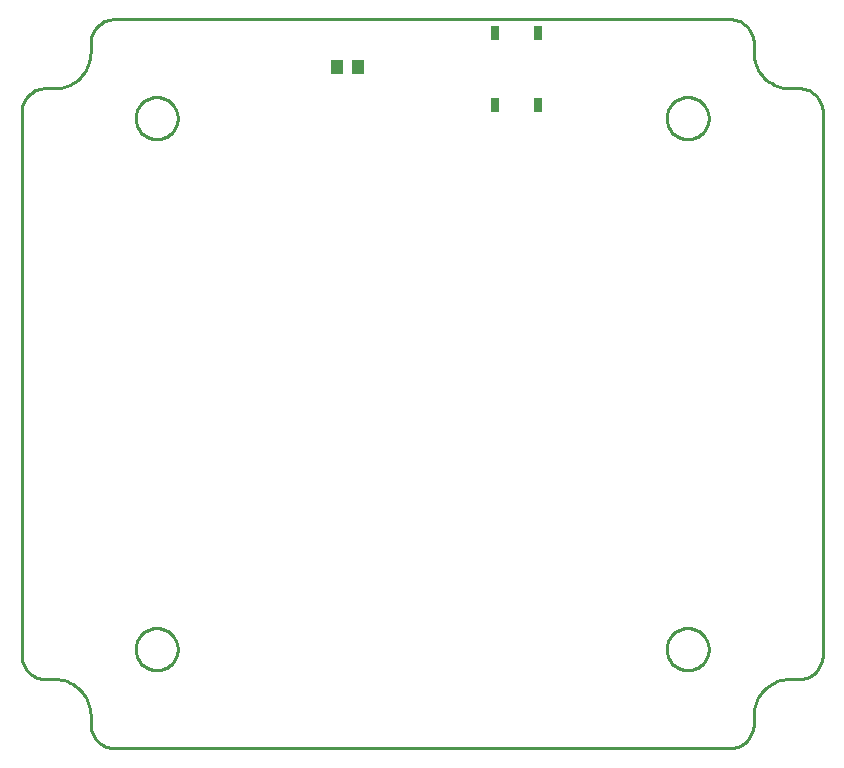
<source format=gbr>
G04 EAGLE Gerber RS-274X export*
G75*
%MOMM*%
%FSLAX34Y34*%
%LPD*%
%INSolderpaste Bottom*%
%IPPOS*%
%AMOC8*
5,1,8,0,0,1.08239X$1,22.5*%
G01*
%ADD10R,0.762000X1.270000*%
%ADD11R,1.016000X1.270000*%
%ADD12C,0.254000*%


D10*
X400600Y605790D03*
X400600Y544830D03*
X437600Y605790D03*
X437600Y544830D03*
D11*
X284480Y576580D03*
X266700Y576580D03*
D12*
X0Y78740D02*
X77Y76969D01*
X309Y75211D01*
X692Y73481D01*
X1225Y71790D01*
X1904Y70152D01*
X2722Y68580D01*
X3675Y67085D01*
X4754Y65679D01*
X5952Y64372D01*
X7259Y63174D01*
X8665Y62095D01*
X10160Y61142D01*
X11732Y60324D01*
X13370Y59645D01*
X15061Y59112D01*
X16791Y58729D01*
X18549Y58497D01*
X20320Y58420D01*
X27940Y58420D01*
X30597Y58304D01*
X33233Y57957D01*
X35829Y57381D01*
X38365Y56582D01*
X40821Y55564D01*
X43180Y54336D01*
X45423Y52908D01*
X47532Y51289D01*
X49493Y49493D01*
X51289Y47532D01*
X52908Y45423D01*
X54336Y43180D01*
X55564Y40821D01*
X56582Y38365D01*
X57381Y35829D01*
X57957Y33233D01*
X58304Y30597D01*
X58420Y27940D01*
X58420Y20320D01*
X58497Y18549D01*
X58729Y16791D01*
X59112Y15061D01*
X59645Y13370D01*
X60324Y11732D01*
X61142Y10160D01*
X62095Y8665D01*
X63174Y7259D01*
X64372Y5952D01*
X65679Y4754D01*
X67085Y3675D01*
X68580Y2722D01*
X70152Y1904D01*
X71790Y1225D01*
X73481Y692D01*
X75211Y309D01*
X76969Y77D01*
X78740Y0D01*
X599440Y0D01*
X601211Y77D01*
X602969Y309D01*
X604699Y692D01*
X606390Y1225D01*
X608028Y1904D01*
X609600Y2722D01*
X611095Y3675D01*
X612501Y4754D01*
X613808Y5952D01*
X615006Y7259D01*
X616085Y8665D01*
X617038Y10160D01*
X617856Y11732D01*
X618535Y13370D01*
X619068Y15061D01*
X619451Y16791D01*
X619683Y18549D01*
X619760Y20320D01*
X619760Y27940D01*
X619876Y30597D01*
X620223Y33233D01*
X620799Y35829D01*
X621598Y38365D01*
X622616Y40821D01*
X623844Y43180D01*
X625272Y45423D01*
X626891Y47532D01*
X628687Y49493D01*
X630648Y51289D01*
X632757Y52908D01*
X635000Y54336D01*
X637359Y55564D01*
X639815Y56582D01*
X642351Y57381D01*
X644947Y57957D01*
X647584Y58304D01*
X650240Y58420D01*
X657860Y58420D01*
X659631Y58497D01*
X661389Y58729D01*
X663119Y59112D01*
X664810Y59645D01*
X666448Y60324D01*
X668020Y61142D01*
X669515Y62095D01*
X670921Y63174D01*
X672228Y64372D01*
X673426Y65679D01*
X674505Y67085D01*
X675458Y68580D01*
X676276Y70152D01*
X676955Y71790D01*
X677488Y73481D01*
X677871Y75211D01*
X678103Y76969D01*
X678180Y78740D01*
X678180Y538480D01*
X678103Y540251D01*
X677871Y542009D01*
X677488Y543739D01*
X676955Y545430D01*
X676276Y547068D01*
X675458Y548640D01*
X674505Y550135D01*
X673426Y551541D01*
X672228Y552848D01*
X670921Y554046D01*
X669515Y555125D01*
X668020Y556078D01*
X666448Y556896D01*
X664810Y557575D01*
X663119Y558108D01*
X661389Y558491D01*
X659631Y558723D01*
X657860Y558800D01*
X650240Y558800D01*
X647584Y558916D01*
X644947Y559263D01*
X642351Y559839D01*
X639815Y560638D01*
X637359Y561656D01*
X635000Y562884D01*
X632757Y564312D01*
X630648Y565931D01*
X628687Y567727D01*
X626891Y569688D01*
X625272Y571797D01*
X623844Y574040D01*
X622616Y576399D01*
X621598Y578855D01*
X620799Y581391D01*
X620223Y583987D01*
X619876Y586624D01*
X619760Y589280D01*
X619760Y596900D01*
X619683Y598671D01*
X619451Y600429D01*
X619068Y602159D01*
X618535Y603850D01*
X617856Y605488D01*
X617038Y607060D01*
X616085Y608555D01*
X615006Y609961D01*
X613808Y611268D01*
X612501Y612466D01*
X611095Y613545D01*
X609600Y614498D01*
X608028Y615316D01*
X606390Y615995D01*
X604699Y616528D01*
X602969Y616911D01*
X601211Y617143D01*
X599440Y617220D01*
X78740Y617220D01*
X76969Y617143D01*
X75211Y616911D01*
X73481Y616528D01*
X71790Y615995D01*
X70152Y615316D01*
X68580Y614498D01*
X67085Y613545D01*
X65679Y612466D01*
X64372Y611268D01*
X63174Y609961D01*
X62095Y608555D01*
X61142Y607060D01*
X60324Y605488D01*
X59645Y603850D01*
X59112Y602159D01*
X58729Y600429D01*
X58497Y598671D01*
X58420Y596900D01*
X58420Y589280D01*
X58304Y586624D01*
X57957Y583987D01*
X57381Y581391D01*
X56582Y578855D01*
X55564Y576399D01*
X54336Y574040D01*
X52908Y571797D01*
X51289Y569688D01*
X49493Y567727D01*
X47532Y565931D01*
X45423Y564312D01*
X43180Y562884D01*
X40821Y561656D01*
X38365Y560638D01*
X35829Y559839D01*
X33233Y559263D01*
X30597Y558916D01*
X27940Y558800D01*
X20320Y558800D01*
X18549Y558723D01*
X16791Y558491D01*
X15061Y558108D01*
X13370Y557575D01*
X11732Y556896D01*
X10160Y556078D01*
X8665Y555125D01*
X7259Y554046D01*
X5952Y552848D01*
X4754Y551541D01*
X3675Y550135D01*
X2722Y548640D01*
X1904Y547068D01*
X1225Y545430D01*
X692Y543739D01*
X309Y542009D01*
X77Y540251D01*
X0Y538480D01*
X0Y78740D01*
X132080Y532818D02*
X132004Y531656D01*
X131852Y530502D01*
X131625Y529360D01*
X131324Y528236D01*
X130949Y527134D01*
X130504Y526058D01*
X129989Y525014D01*
X129407Y524006D01*
X128760Y523038D01*
X128052Y522114D01*
X127284Y521239D01*
X126461Y520416D01*
X125586Y519649D01*
X124662Y518940D01*
X123694Y518293D01*
X122686Y517711D01*
X121642Y517196D01*
X120566Y516751D01*
X119464Y516377D01*
X118340Y516075D01*
X117198Y515848D01*
X116044Y515696D01*
X114882Y515620D01*
X113718Y515620D01*
X112556Y515696D01*
X111402Y515848D01*
X110260Y516075D01*
X109136Y516377D01*
X108034Y516751D01*
X106958Y517196D01*
X105914Y517711D01*
X104906Y518293D01*
X103938Y518940D01*
X103014Y519649D01*
X102139Y520416D01*
X101316Y521239D01*
X100549Y522114D01*
X99840Y523038D01*
X99193Y524006D01*
X98611Y525014D01*
X98096Y526058D01*
X97651Y527134D01*
X97277Y528236D01*
X96975Y529360D01*
X96748Y530502D01*
X96596Y531656D01*
X96520Y532818D01*
X96520Y533982D01*
X96596Y535144D01*
X96748Y536298D01*
X96975Y537440D01*
X97277Y538564D01*
X97651Y539666D01*
X98096Y540742D01*
X98611Y541786D01*
X99193Y542794D01*
X99840Y543762D01*
X100549Y544686D01*
X101316Y545561D01*
X102139Y546384D01*
X103014Y547152D01*
X103938Y547860D01*
X104906Y548507D01*
X105914Y549089D01*
X106958Y549604D01*
X108034Y550049D01*
X109136Y550424D01*
X110260Y550725D01*
X111402Y550952D01*
X112556Y551104D01*
X113718Y551180D01*
X114882Y551180D01*
X116044Y551104D01*
X117198Y550952D01*
X118340Y550725D01*
X119464Y550424D01*
X120566Y550049D01*
X121642Y549604D01*
X122686Y549089D01*
X123694Y548507D01*
X124662Y547860D01*
X125586Y547152D01*
X126461Y546384D01*
X127284Y545561D01*
X128052Y544686D01*
X128760Y543762D01*
X129407Y542794D01*
X129989Y541786D01*
X130504Y540742D01*
X130949Y539666D01*
X131324Y538564D01*
X131625Y537440D01*
X131852Y536298D01*
X132004Y535144D01*
X132080Y533982D01*
X132080Y532818D01*
X581660Y532818D02*
X581584Y531656D01*
X581432Y530502D01*
X581205Y529360D01*
X580904Y528236D01*
X580529Y527134D01*
X580084Y526058D01*
X579569Y525014D01*
X578987Y524006D01*
X578340Y523038D01*
X577632Y522114D01*
X576864Y521239D01*
X576041Y520416D01*
X575166Y519649D01*
X574242Y518940D01*
X573274Y518293D01*
X572266Y517711D01*
X571222Y517196D01*
X570146Y516751D01*
X569044Y516377D01*
X567920Y516075D01*
X566778Y515848D01*
X565624Y515696D01*
X564462Y515620D01*
X563298Y515620D01*
X562136Y515696D01*
X560982Y515848D01*
X559840Y516075D01*
X558716Y516377D01*
X557614Y516751D01*
X556538Y517196D01*
X555494Y517711D01*
X554486Y518293D01*
X553518Y518940D01*
X552594Y519649D01*
X551719Y520416D01*
X550896Y521239D01*
X550129Y522114D01*
X549420Y523038D01*
X548773Y524006D01*
X548191Y525014D01*
X547676Y526058D01*
X547231Y527134D01*
X546857Y528236D01*
X546555Y529360D01*
X546328Y530502D01*
X546176Y531656D01*
X546100Y532818D01*
X546100Y533982D01*
X546176Y535144D01*
X546328Y536298D01*
X546555Y537440D01*
X546857Y538564D01*
X547231Y539666D01*
X547676Y540742D01*
X548191Y541786D01*
X548773Y542794D01*
X549420Y543762D01*
X550129Y544686D01*
X550896Y545561D01*
X551719Y546384D01*
X552594Y547152D01*
X553518Y547860D01*
X554486Y548507D01*
X555494Y549089D01*
X556538Y549604D01*
X557614Y550049D01*
X558716Y550424D01*
X559840Y550725D01*
X560982Y550952D01*
X562136Y551104D01*
X563298Y551180D01*
X564462Y551180D01*
X565624Y551104D01*
X566778Y550952D01*
X567920Y550725D01*
X569044Y550424D01*
X570146Y550049D01*
X571222Y549604D01*
X572266Y549089D01*
X573274Y548507D01*
X574242Y547860D01*
X575166Y547152D01*
X576041Y546384D01*
X576864Y545561D01*
X577632Y544686D01*
X578340Y543762D01*
X578987Y542794D01*
X579569Y541786D01*
X580084Y540742D01*
X580529Y539666D01*
X580904Y538564D01*
X581205Y537440D01*
X581432Y536298D01*
X581584Y535144D01*
X581660Y533982D01*
X581660Y532818D01*
X581660Y83238D02*
X581584Y82076D01*
X581432Y80922D01*
X581205Y79780D01*
X580904Y78656D01*
X580529Y77554D01*
X580084Y76478D01*
X579569Y75434D01*
X578987Y74426D01*
X578340Y73458D01*
X577632Y72534D01*
X576864Y71659D01*
X576041Y70836D01*
X575166Y70069D01*
X574242Y69360D01*
X573274Y68713D01*
X572266Y68131D01*
X571222Y67616D01*
X570146Y67171D01*
X569044Y66797D01*
X567920Y66495D01*
X566778Y66268D01*
X565624Y66116D01*
X564462Y66040D01*
X563298Y66040D01*
X562136Y66116D01*
X560982Y66268D01*
X559840Y66495D01*
X558716Y66797D01*
X557614Y67171D01*
X556538Y67616D01*
X555494Y68131D01*
X554486Y68713D01*
X553518Y69360D01*
X552594Y70069D01*
X551719Y70836D01*
X550896Y71659D01*
X550129Y72534D01*
X549420Y73458D01*
X548773Y74426D01*
X548191Y75434D01*
X547676Y76478D01*
X547231Y77554D01*
X546857Y78656D01*
X546555Y79780D01*
X546328Y80922D01*
X546176Y82076D01*
X546100Y83238D01*
X546100Y84402D01*
X546176Y85564D01*
X546328Y86718D01*
X546555Y87860D01*
X546857Y88984D01*
X547231Y90086D01*
X547676Y91162D01*
X548191Y92206D01*
X548773Y93214D01*
X549420Y94182D01*
X550129Y95106D01*
X550896Y95981D01*
X551719Y96804D01*
X552594Y97572D01*
X553518Y98280D01*
X554486Y98927D01*
X555494Y99509D01*
X556538Y100024D01*
X557614Y100469D01*
X558716Y100844D01*
X559840Y101145D01*
X560982Y101372D01*
X562136Y101524D01*
X563298Y101600D01*
X564462Y101600D01*
X565624Y101524D01*
X566778Y101372D01*
X567920Y101145D01*
X569044Y100844D01*
X570146Y100469D01*
X571222Y100024D01*
X572266Y99509D01*
X573274Y98927D01*
X574242Y98280D01*
X575166Y97572D01*
X576041Y96804D01*
X576864Y95981D01*
X577632Y95106D01*
X578340Y94182D01*
X578987Y93214D01*
X579569Y92206D01*
X580084Y91162D01*
X580529Y90086D01*
X580904Y88984D01*
X581205Y87860D01*
X581432Y86718D01*
X581584Y85564D01*
X581660Y84402D01*
X581660Y83238D01*
X132080Y83238D02*
X132004Y82076D01*
X131852Y80922D01*
X131625Y79780D01*
X131324Y78656D01*
X130949Y77554D01*
X130504Y76478D01*
X129989Y75434D01*
X129407Y74426D01*
X128760Y73458D01*
X128052Y72534D01*
X127284Y71659D01*
X126461Y70836D01*
X125586Y70069D01*
X124662Y69360D01*
X123694Y68713D01*
X122686Y68131D01*
X121642Y67616D01*
X120566Y67171D01*
X119464Y66797D01*
X118340Y66495D01*
X117198Y66268D01*
X116044Y66116D01*
X114882Y66040D01*
X113718Y66040D01*
X112556Y66116D01*
X111402Y66268D01*
X110260Y66495D01*
X109136Y66797D01*
X108034Y67171D01*
X106958Y67616D01*
X105914Y68131D01*
X104906Y68713D01*
X103938Y69360D01*
X103014Y70069D01*
X102139Y70836D01*
X101316Y71659D01*
X100549Y72534D01*
X99840Y73458D01*
X99193Y74426D01*
X98611Y75434D01*
X98096Y76478D01*
X97651Y77554D01*
X97277Y78656D01*
X96975Y79780D01*
X96748Y80922D01*
X96596Y82076D01*
X96520Y83238D01*
X96520Y84402D01*
X96596Y85564D01*
X96748Y86718D01*
X96975Y87860D01*
X97277Y88984D01*
X97651Y90086D01*
X98096Y91162D01*
X98611Y92206D01*
X99193Y93214D01*
X99840Y94182D01*
X100549Y95106D01*
X101316Y95981D01*
X102139Y96804D01*
X103014Y97572D01*
X103938Y98280D01*
X104906Y98927D01*
X105914Y99509D01*
X106958Y100024D01*
X108034Y100469D01*
X109136Y100844D01*
X110260Y101145D01*
X111402Y101372D01*
X112556Y101524D01*
X113718Y101600D01*
X114882Y101600D01*
X116044Y101524D01*
X117198Y101372D01*
X118340Y101145D01*
X119464Y100844D01*
X120566Y100469D01*
X121642Y100024D01*
X122686Y99509D01*
X123694Y98927D01*
X124662Y98280D01*
X125586Y97572D01*
X126461Y96804D01*
X127284Y95981D01*
X128052Y95106D01*
X128760Y94182D01*
X129407Y93214D01*
X129989Y92206D01*
X130504Y91162D01*
X130949Y90086D01*
X131324Y88984D01*
X131625Y87860D01*
X131852Y86718D01*
X132004Y85564D01*
X132080Y84402D01*
X132080Y83238D01*
M02*

</source>
